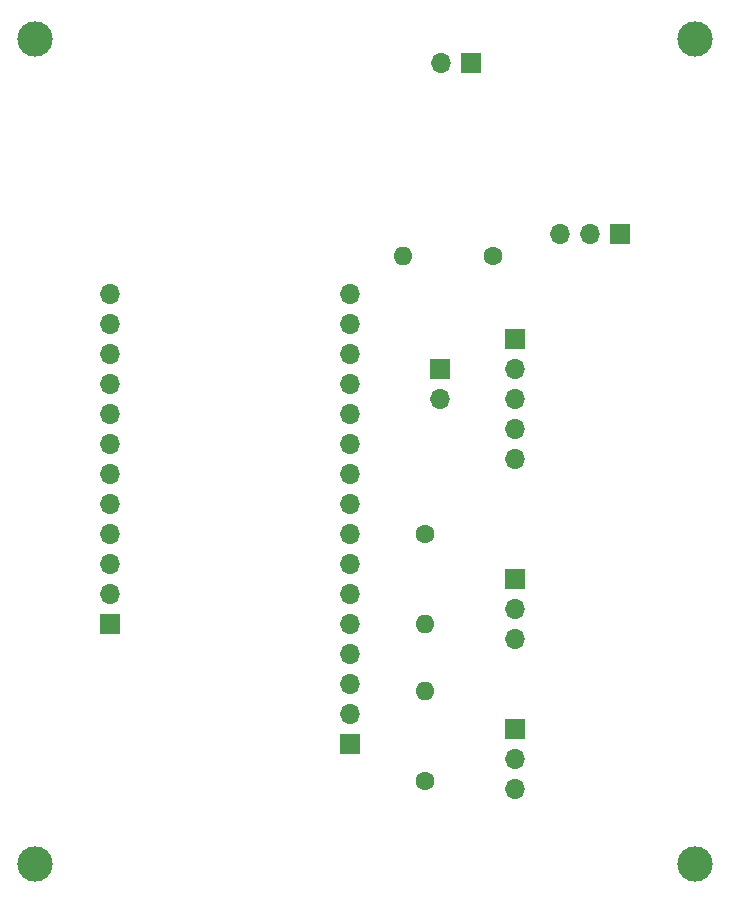
<source format=gbr>
G04 #@! TF.GenerationSoftware,KiCad,Pcbnew,5.0.2-bee76a0~70~ubuntu18.04.1*
G04 #@! TF.CreationDate,2019-07-26T20:49:16-04:00*
G04 #@! TF.ProjectId,knuth-gateway,6b6e7574-682d-4676-9174-657761792e6b,rev?*
G04 #@! TF.SameCoordinates,Original*
G04 #@! TF.FileFunction,Copper,L1,Top*
G04 #@! TF.FilePolarity,Positive*
%FSLAX46Y46*%
G04 Gerber Fmt 4.6, Leading zero omitted, Abs format (unit mm)*
G04 Created by KiCad (PCBNEW 5.0.2-bee76a0~70~ubuntu18.04.1) date Fri 26 Jul 2019 08:49:16 PM EDT*
%MOMM*%
%LPD*%
G01*
G04 APERTURE LIST*
G04 #@! TA.AperFunction,ComponentPad*
%ADD10R,1.700000X1.700000*%
G04 #@! TD*
G04 #@! TA.AperFunction,ComponentPad*
%ADD11O,1.700000X1.700000*%
G04 #@! TD*
G04 #@! TA.AperFunction,ComponentPad*
%ADD12O,1.600000X1.600000*%
G04 #@! TD*
G04 #@! TA.AperFunction,ComponentPad*
%ADD13C,1.600000*%
G04 #@! TD*
G04 #@! TA.AperFunction,ViaPad*
%ADD14C,3.000000*%
G04 #@! TD*
G04 APERTURE END LIST*
D10*
G04 #@! TO.P,R_Delay1,1*
G04 #@! TO.N,GND*
X246380000Y-81280000D03*
D11*
G04 #@! TO.P,R_Delay1,2*
G04 #@! TO.N,Net-(R_Delay1-Pad2)*
X246380000Y-83820000D03*
G04 #@! TD*
D10*
G04 #@! TO.P,U4,1*
G04 #@! TO.N,Net-(U4-Pad1)*
X252730000Y-78740000D03*
D11*
G04 #@! TO.P,U4,2*
G04 #@! TO.N,GND*
X252730000Y-81280000D03*
G04 #@! TO.P,U4,3*
G04 #@! TO.N,Net-(R_Delay1-Pad2)*
X252730000Y-83820000D03*
G04 #@! TO.P,U4,4*
G04 #@! TO.N,VBAT*
X252730000Y-86360000D03*
G04 #@! TO.P,U4,5*
G04 #@! TO.N,D10*
X252730000Y-88900000D03*
G04 #@! TD*
G04 #@! TO.P,1-Wire1,3*
G04 #@! TO.N,GND*
X252730000Y-116840000D03*
G04 #@! TO.P,1-Wire1,2*
G04 #@! TO.N,+3V3*
X252730000Y-114300000D03*
D10*
G04 #@! TO.P,1-Wire1,1*
G04 #@! TO.N,D5*
X252730000Y-111760000D03*
G04 #@! TD*
G04 #@! TO.P,EC-5,1*
G04 #@! TO.N,A0*
X252730000Y-99060000D03*
D11*
G04 #@! TO.P,EC-5,2*
G04 #@! TO.N,+3V3*
X252730000Y-101600000D03*
G04 #@! TO.P,EC-5,3*
G04 #@! TO.N,GND*
X252730000Y-104140000D03*
G04 #@! TD*
D10*
G04 #@! TO.P,J1,1*
G04 #@! TO.N,VBAT*
X218440000Y-102870000D03*
D11*
G04 #@! TO.P,J1,2*
G04 #@! TO.N,N/C*
X218440000Y-100330000D03*
G04 #@! TO.P,J1,3*
X218440000Y-97790000D03*
G04 #@! TO.P,J1,4*
X218440000Y-95250000D03*
G04 #@! TO.P,J1,5*
X218440000Y-92710000D03*
G04 #@! TO.P,J1,6*
X218440000Y-90170000D03*
G04 #@! TO.P,J1,7*
G04 #@! TO.N,D10*
X218440000Y-87630000D03*
G04 #@! TO.P,J1,8*
G04 #@! TO.N,N/C*
X218440000Y-85090000D03*
G04 #@! TO.P,J1,9*
X218440000Y-82550000D03*
G04 #@! TO.P,J1,10*
G04 #@! TO.N,D5*
X218440000Y-80010000D03*
G04 #@! TO.P,J1,11*
G04 #@! TO.N,N/C*
X218440000Y-77470000D03*
G04 #@! TO.P,J1,12*
X218440000Y-74930000D03*
G04 #@! TD*
D10*
G04 #@! TO.P,J2,1*
G04 #@! TO.N,N/C*
X238760000Y-113030000D03*
D11*
G04 #@! TO.P,J2,2*
G04 #@! TO.N,+3V3*
X238760000Y-110490000D03*
G04 #@! TO.P,J2,3*
G04 #@! TO.N,N/C*
X238760000Y-107950000D03*
G04 #@! TO.P,J2,4*
G04 #@! TO.N,GND*
X238760000Y-105410000D03*
G04 #@! TO.P,J2,5*
G04 #@! TO.N,A0*
X238760000Y-102870000D03*
G04 #@! TO.P,J2,6*
G04 #@! TO.N,N/C*
X238760000Y-100330000D03*
G04 #@! TO.P,J2,7*
X238760000Y-97790000D03*
G04 #@! TO.P,J2,8*
X238760000Y-95250000D03*
G04 #@! TO.P,J2,9*
X238760000Y-92710000D03*
G04 #@! TO.P,J2,10*
G04 #@! TO.N,A5*
X238760000Y-90170000D03*
G04 #@! TO.P,J2,11*
G04 #@! TO.N,N/C*
X238760000Y-87630000D03*
G04 #@! TO.P,J2,12*
X238760000Y-85090000D03*
G04 #@! TO.P,J2,13*
X238760000Y-82550000D03*
G04 #@! TO.P,J2,14*
X238760000Y-80010000D03*
G04 #@! TO.P,J2,15*
X238760000Y-77470000D03*
G04 #@! TO.P,J2,16*
X238760000Y-74930000D03*
G04 #@! TD*
D10*
G04 #@! TO.P,switch1,1*
G04 #@! TO.N,N/C*
X261620000Y-69850000D03*
D11*
G04 #@! TO.P,switch1,2*
G04 #@! TO.N,Net-(U4-Pad1)*
X259080000Y-69850000D03*
G04 #@! TO.P,switch1,3*
G04 #@! TO.N,Net-(RD1-Pad1)*
X256540000Y-69850000D03*
G04 #@! TD*
D10*
G04 #@! TO.P,solar1,1*
G04 #@! TO.N,Net-(RD1-Pad1)*
X248970800Y-55372000D03*
D11*
G04 #@! TO.P,solar1,2*
G04 #@! TO.N,GND*
X246430800Y-55372000D03*
G04 #@! TD*
D12*
G04 #@! TO.P,RD1,2*
G04 #@! TO.N,A5*
X243205000Y-71755000D03*
D13*
G04 #@! TO.P,RD1,1*
G04 #@! TO.N,Net-(RD1-Pad1)*
X250825000Y-71755000D03*
G04 #@! TD*
G04 #@! TO.P,RD2,1*
G04 #@! TO.N,A5*
X245110000Y-95250000D03*
D12*
G04 #@! TO.P,RD2,2*
G04 #@! TO.N,GND*
X245110000Y-102870000D03*
G04 #@! TD*
D13*
G04 #@! TO.P,RP1,1*
G04 #@! TO.N,D5*
X245110000Y-116205000D03*
D12*
G04 #@! TO.P,RP1,2*
G04 #@! TO.N,+3V3*
X245110000Y-108585000D03*
G04 #@! TD*
D14*
G04 #@! TO.N,*
X212090000Y-123190000D03*
X267970000Y-123190000D03*
X267970000Y-53340000D03*
X212090000Y-53340000D03*
G04 #@! TD*
M02*

</source>
